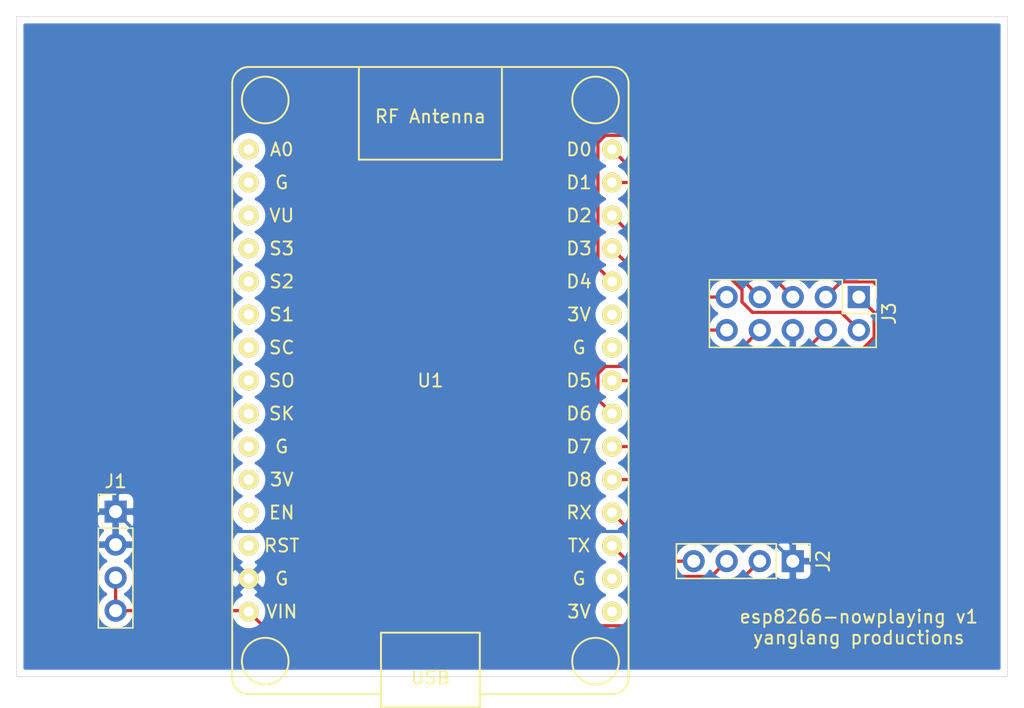
<source format=kicad_pcb>
(kicad_pcb (version 20171130) (host pcbnew "(5.1.9)-1")

  (general
    (thickness 1.6)
    (drawings 5)
    (tracks 51)
    (zones 0)
    (modules 4)
    (nets 14)
  )

  (page A4)
  (layers
    (0 F.Cu signal)
    (31 B.Cu signal)
    (32 B.Adhes user)
    (33 F.Adhes user)
    (34 B.Paste user)
    (35 F.Paste user)
    (36 B.SilkS user)
    (37 F.SilkS user)
    (38 B.Mask user)
    (39 F.Mask user)
    (40 Dwgs.User user)
    (41 Cmts.User user)
    (42 Eco1.User user)
    (43 Eco2.User user)
    (44 Edge.Cuts user)
    (45 Margin user)
    (46 B.CrtYd user)
    (47 F.CrtYd user)
    (48 B.Fab user)
    (49 F.Fab user)
  )

  (setup
    (last_trace_width 0.25)
    (trace_clearance 0.2)
    (zone_clearance 0.508)
    (zone_45_only no)
    (trace_min 0.2)
    (via_size 0.8)
    (via_drill 0.4)
    (via_min_size 0.4)
    (via_min_drill 0.3)
    (uvia_size 0.3)
    (uvia_drill 0.1)
    (uvias_allowed no)
    (uvia_min_size 0.2)
    (uvia_min_drill 0.1)
    (edge_width 0.05)
    (segment_width 0.2)
    (pcb_text_width 0.3)
    (pcb_text_size 1.5 1.5)
    (mod_edge_width 0.12)
    (mod_text_size 1 1)
    (mod_text_width 0.15)
    (pad_size 1.7 1.7)
    (pad_drill 1)
    (pad_to_mask_clearance 0)
    (aux_axis_origin 0 0)
    (visible_elements 7FFFFFFF)
    (pcbplotparams
      (layerselection 0x010fc_ffffffff)
      (usegerberextensions false)
      (usegerberattributes true)
      (usegerberadvancedattributes true)
      (creategerberjobfile true)
      (excludeedgelayer true)
      (linewidth 0.100000)
      (plotframeref false)
      (viasonmask false)
      (mode 1)
      (useauxorigin false)
      (hpglpennumber 1)
      (hpglpenspeed 20)
      (hpglpendiameter 15.000000)
      (psnegative false)
      (psa4output false)
      (plotreference true)
      (plotvalue true)
      (plotinvisibletext false)
      (padsonsilk false)
      (subtractmaskfromsilk false)
      (outputformat 1)
      (mirror false)
      (drillshape 0)
      (scaleselection 1)
      (outputdirectory "gerbers/"))
  )

  (net 0 "")
  (net 1 GND)
  (net 2 +5V)
  (net 3 /SDA)
  (net 4 /SCL)
  (net 5 /R1)
  (net 6 /A)
  (net 7 /C)
  (net 8 /CLK)
  (net 9 /OE)
  (net 10 /LAT)
  (net 11 /D)
  (net 12 /B)
  (net 13 /E)

  (net_class Default "This is the default net class."
    (clearance 0.2)
    (trace_width 0.25)
    (via_dia 0.8)
    (via_drill 0.4)
    (uvia_dia 0.3)
    (uvia_drill 0.1)
    (add_net +5V)
    (add_net /A)
    (add_net /B)
    (add_net /C)
    (add_net /CLK)
    (add_net /D)
    (add_net /E)
    (add_net /LAT)
    (add_net /OE)
    (add_net /R1)
    (add_net /SCL)
    (add_net /SDA)
    (add_net GND)
  )

  (module "ESP8266:NodeMCU1.0(12-E)" (layer F.Cu) (tedit 5AF3DDCB) (tstamp 606ADE61)
    (at 146.125001 104.215001)
    (path /606EEFD6)
    (fp_text reference U1 (at 0 0) (layer F.SilkS)
      (effects (font (size 1 1) (thickness 0.15)))
    )
    (fp_text value "NodeMCU_1.0_(ESP-12E)" (at 0 -5.08) (layer F.Fab)
      (effects (font (size 1 1) (thickness 0.15)))
    )
    (fp_line (start 13.98 24.13) (end 3.81 24.13) (layer F.SilkS) (width 0.15))
    (fp_line (start 5.5 -17) (end -5.5 -17) (layer F.SilkS) (width 0.15))
    (fp_line (start 5.5 -24.13) (end 5.5 -17) (layer F.SilkS) (width 0.15))
    (fp_line (start -5.5 -17) (end -5.5 -24.13) (layer F.SilkS) (width 0.15))
    (fp_line (start -3.8 25.13) (end -3.8 19.4) (layer F.SilkS) (width 0.15))
    (fp_line (start -3.8 19.4) (end 3.8 19.4) (layer F.SilkS) (width 0.15))
    (fp_line (start 3.8 19.4) (end 3.8 25.13) (layer F.SilkS) (width 0.15))
    (fp_line (start 3.8 25.13) (end -3.8 25.13) (layer F.SilkS) (width 0.15))
    (fp_line (start 15.24 -22.86) (end 15.24 22.86) (layer F.SilkS) (width 0.15))
    (fp_line (start -15.24 -22.86) (end -15.24 22.86) (layer F.SilkS) (width 0.15))
    (fp_line (start -3.8 24.13) (end -13.97 24.13) (layer F.SilkS) (width 0.15))
    (fp_circle (center 12.7 21.59) (end 13.97 20.32) (layer F.SilkS) (width 0.15))
    (fp_circle (center -12.7 21.59) (end -11.43 20.32) (layer F.SilkS) (width 0.15))
    (fp_circle (center -12.7 -21.59) (end -11.43 -22.86) (layer F.SilkS) (width 0.15))
    (fp_circle (center 12.7 -21.59) (end 13.97 -22.86) (layer F.SilkS) (width 0.15))
    (fp_line (start 13.97 -24.13) (end -13.97 -24.13) (layer F.SilkS) (width 0.15))
    (fp_text user USB (at 0 22.86) (layer F.SilkS)
      (effects (font (size 1 1) (thickness 0.15)))
    )
    (fp_text user "RF Antenna" (at 0 -20.32) (layer F.SilkS)
      (effects (font (size 1 1) (thickness 0.15)))
    )
    (fp_arc (start -13.97 -22.86) (end -15.24 -22.86) (angle 90) (layer F.SilkS) (width 0.15))
    (fp_arc (start 13.97 -22.86) (end 13.97 -24.13) (angle 90) (layer F.SilkS) (width 0.15))
    (fp_arc (start 13.97 22.86) (end 15.24 22.86) (angle 90) (layer F.SilkS) (width 0.15))
    (fp_arc (start -13.97 22.86) (end -13.97 24.13) (angle 90) (layer F.SilkS) (width 0.15))
    (fp_text user VIN (at -11.43 17.78) (layer F.SilkS)
      (effects (font (size 1 1) (thickness 0.15)))
    )
    (fp_text user G (at -11.43 15.24) (layer F.SilkS)
      (effects (font (size 1 1) (thickness 0.15)))
    )
    (fp_text user RST (at -11.43 12.7) (layer F.SilkS)
      (effects (font (size 1 1) (thickness 0.15)))
    )
    (fp_text user EN (at -11.43 10.16) (layer F.SilkS)
      (effects (font (size 1 1) (thickness 0.15)))
    )
    (fp_text user 3V (at -11.43 7.62) (layer F.SilkS)
      (effects (font (size 1 1) (thickness 0.15)))
    )
    (fp_text user G (at -11.43 5.08) (layer F.SilkS)
      (effects (font (size 1 1) (thickness 0.15)))
    )
    (fp_text user SK (at -11.43 2.54) (layer F.SilkS)
      (effects (font (size 1 1) (thickness 0.15)))
    )
    (fp_text user SO (at -11.43 0) (layer F.SilkS)
      (effects (font (size 1 1) (thickness 0.15)))
    )
    (fp_text user SC (at -11.43 -2.54) (layer F.SilkS)
      (effects (font (size 1 1) (thickness 0.15)))
    )
    (fp_text user S1 (at -11.43 -5.08) (layer F.SilkS)
      (effects (font (size 1 1) (thickness 0.15)))
    )
    (fp_text user S2 (at -11.43 -7.62) (layer F.SilkS)
      (effects (font (size 1 1) (thickness 0.15)))
    )
    (fp_text user S3 (at -11.43 -10.16) (layer F.SilkS)
      (effects (font (size 1 1) (thickness 0.15)))
    )
    (fp_text user VU (at -11.43 -12.7) (layer F.SilkS)
      (effects (font (size 1 1) (thickness 0.15)))
    )
    (fp_text user G (at -11.43 -15.24) (layer F.SilkS)
      (effects (font (size 1 1) (thickness 0.15)))
    )
    (fp_text user A0 (at -11.43 -17.78) (layer F.SilkS)
      (effects (font (size 1 1) (thickness 0.15)))
    )
    (fp_text user 3V (at 11.43 17.78) (layer F.SilkS)
      (effects (font (size 1 1) (thickness 0.15)))
    )
    (fp_text user G (at 11.43 15.24) (layer F.SilkS)
      (effects (font (size 1 1) (thickness 0.15)))
    )
    (fp_text user TX (at 11.43 12.7) (layer F.SilkS)
      (effects (font (size 1 1) (thickness 0.15)))
    )
    (fp_text user RX (at 11.43 10.16) (layer F.SilkS)
      (effects (font (size 1 1) (thickness 0.15)))
    )
    (fp_text user D8 (at 11.43 7.62) (layer F.SilkS)
      (effects (font (size 1 1) (thickness 0.15)))
    )
    (fp_text user D7 (at 11.43 5.08) (layer F.SilkS)
      (effects (font (size 1 1) (thickness 0.15)))
    )
    (fp_text user D6 (at 11.43 2.54) (layer F.SilkS)
      (effects (font (size 1 1) (thickness 0.15)))
    )
    (fp_text user D5 (at 11.43 0) (layer F.SilkS)
      (effects (font (size 1 1) (thickness 0.15)))
    )
    (fp_text user G (at 11.43 -2.54) (layer F.SilkS)
      (effects (font (size 1 1) (thickness 0.15)))
    )
    (fp_text user 3V (at 11.43 -5.08) (layer F.SilkS)
      (effects (font (size 1 1) (thickness 0.15)))
    )
    (fp_text user D4 (at 11.43 -7.62) (layer F.SilkS)
      (effects (font (size 1 1) (thickness 0.15)))
    )
    (fp_text user D3 (at 11.43 -10.16) (layer F.SilkS)
      (effects (font (size 1 1) (thickness 0.15)))
    )
    (fp_text user D2 (at 11.43 -12.7) (layer F.SilkS)
      (effects (font (size 1 1) (thickness 0.15)))
    )
    (fp_text user D1 (at 11.43 -15.24) (layer F.SilkS)
      (effects (font (size 1 1) (thickness 0.15)))
    )
    (fp_text user D0 (at 11.43 -17.78) (layer F.SilkS)
      (effects (font (size 1 1) (thickness 0.15)))
    )
    (pad 1 thru_hole circle (at -13.97 -17.78) (size 1.524 1.524) (drill 0.762) (layers *.Cu *.Mask F.SilkS))
    (pad 2 thru_hole circle (at -13.97 -15.24) (size 1.524 1.524) (drill 0.762) (layers *.Cu *.Mask F.SilkS))
    (pad 3 thru_hole circle (at -13.97 -12.7) (size 1.524 1.524) (drill 0.762) (layers *.Cu *.Mask F.SilkS))
    (pad 4 thru_hole circle (at -13.97 -10.16) (size 1.524 1.524) (drill 0.762) (layers *.Cu *.Mask F.SilkS))
    (pad 5 thru_hole circle (at -13.97 -7.62) (size 1.524 1.524) (drill 0.762) (layers *.Cu *.Mask F.SilkS))
    (pad 6 thru_hole circle (at -13.97 -5.08) (size 1.524 1.524) (drill 0.762) (layers *.Cu *.Mask F.SilkS))
    (pad 7 thru_hole circle (at -13.97 -2.54) (size 1.524 1.524) (drill 0.762) (layers *.Cu *.Mask F.SilkS))
    (pad 8 thru_hole circle (at -13.97 0) (size 1.524 1.524) (drill 0.762) (layers *.Cu *.Mask F.SilkS))
    (pad 9 thru_hole circle (at -13.97 2.54) (size 1.524 1.524) (drill 0.762) (layers *.Cu *.Mask F.SilkS))
    (pad 10 thru_hole circle (at -13.97 5.08) (size 1.524 1.524) (drill 0.762) (layers *.Cu *.Mask F.SilkS))
    (pad 11 thru_hole circle (at -13.97 7.62) (size 1.524 1.524) (drill 0.762) (layers *.Cu *.Mask F.SilkS))
    (pad 12 thru_hole circle (at -13.97 10.16) (size 1.524 1.524) (drill 0.762) (layers *.Cu *.Mask F.SilkS))
    (pad 13 thru_hole circle (at -13.97 12.7) (size 1.524 1.524) (drill 0.762) (layers *.Cu *.Mask F.SilkS))
    (pad 14 thru_hole circle (at -13.97 15.24) (size 1.524 1.524) (drill 0.762) (layers *.Cu *.Mask F.SilkS)
      (net 1 GND))
    (pad 15 thru_hole circle (at -13.97 17.78) (size 1.524 1.524) (drill 0.762) (layers *.Cu *.Mask F.SilkS)
      (net 2 +5V))
    (pad 16 thru_hole circle (at 13.97 17.78) (size 1.524 1.524) (drill 0.762) (layers *.Cu *.Mask F.SilkS))
    (pad 17 thru_hole circle (at 13.97 15.24) (size 1.524 1.524) (drill 0.762) (layers *.Cu *.Mask F.SilkS))
    (pad 18 thru_hole circle (at 13.97 12.7) (size 1.524 1.524) (drill 0.762) (layers *.Cu *.Mask F.SilkS)
      (net 3 /SDA))
    (pad 19 thru_hole circle (at 13.97 10.16) (size 1.524 1.524) (drill 0.762) (layers *.Cu *.Mask F.SilkS)
      (net 4 /SCL))
    (pad 20 thru_hole circle (at 13.97 7.62) (size 1.524 1.524) (drill 0.762) (layers *.Cu *.Mask F.SilkS)
      (net 7 /C))
    (pad 21 thru_hole circle (at 13.97 5.08) (size 1.524 1.524) (drill 0.762) (layers *.Cu *.Mask F.SilkS)
      (net 5 /R1))
    (pad 22 thru_hole circle (at 13.97 2.54) (size 1.524 1.524) (drill 0.762) (layers *.Cu *.Mask F.SilkS)
      (net 11 /D))
    (pad 23 thru_hole circle (at 13.97 0) (size 1.524 1.524) (drill 0.762) (layers *.Cu *.Mask F.SilkS)
      (net 8 /CLK))
    (pad 24 thru_hole circle (at 13.97 -2.54) (size 1.524 1.524) (drill 0.762) (layers *.Cu *.Mask F.SilkS))
    (pad 25 thru_hole circle (at 13.97 -5.08) (size 1.524 1.524) (drill 0.762) (layers *.Cu *.Mask F.SilkS))
    (pad 26 thru_hole circle (at 13.97 -7.62) (size 1.524 1.524) (drill 0.762) (layers *.Cu *.Mask F.SilkS)
      (net 9 /OE))
    (pad 27 thru_hole circle (at 13.97 -10.16) (size 1.524 1.524) (drill 0.762) (layers *.Cu *.Mask F.SilkS)
      (net 13 /E))
    (pad 28 thru_hole circle (at 13.97 -12.7) (size 1.524 1.524) (drill 0.762) (layers *.Cu *.Mask F.SilkS)
      (net 12 /B))
    (pad 29 thru_hole circle (at 13.97 -15.24) (size 1.524 1.524) (drill 0.762) (layers *.Cu *.Mask F.SilkS)
      (net 6 /A))
    (pad 30 thru_hole circle (at 13.97 -17.78) (size 1.524 1.524) (drill 0.762) (layers *.Cu *.Mask F.SilkS)
      (net 10 /LAT))
  )

  (module Connector_PinHeader_2.54mm:PinHeader_1x04_P2.54mm_Vertical (layer F.Cu) (tedit 59FED5CC) (tstamp 606ADDCD)
    (at 121.92 114.3)
    (descr "Through hole straight pin header, 1x04, 2.54mm pitch, single row")
    (tags "Through hole pin header THT 1x04 2.54mm single row")
    (path /606EB2C4)
    (fp_text reference J1 (at 0 -2.33) (layer F.SilkS)
      (effects (font (size 1 1) (thickness 0.15)))
    )
    (fp_text value Power (at 0 9.95) (layer F.Fab)
      (effects (font (size 1 1) (thickness 0.15)))
    )
    (fp_line (start -0.635 -1.27) (end 1.27 -1.27) (layer F.Fab) (width 0.1))
    (fp_line (start 1.27 -1.27) (end 1.27 8.89) (layer F.Fab) (width 0.1))
    (fp_line (start 1.27 8.89) (end -1.27 8.89) (layer F.Fab) (width 0.1))
    (fp_line (start -1.27 8.89) (end -1.27 -0.635) (layer F.Fab) (width 0.1))
    (fp_line (start -1.27 -0.635) (end -0.635 -1.27) (layer F.Fab) (width 0.1))
    (fp_line (start -1.33 8.95) (end 1.33 8.95) (layer F.SilkS) (width 0.12))
    (fp_line (start -1.33 1.27) (end -1.33 8.95) (layer F.SilkS) (width 0.12))
    (fp_line (start 1.33 1.27) (end 1.33 8.95) (layer F.SilkS) (width 0.12))
    (fp_line (start -1.33 1.27) (end 1.33 1.27) (layer F.SilkS) (width 0.12))
    (fp_line (start -1.33 0) (end -1.33 -1.33) (layer F.SilkS) (width 0.12))
    (fp_line (start -1.33 -1.33) (end 0 -1.33) (layer F.SilkS) (width 0.12))
    (fp_line (start -1.8 -1.8) (end -1.8 9.4) (layer F.CrtYd) (width 0.05))
    (fp_line (start -1.8 9.4) (end 1.8 9.4) (layer F.CrtYd) (width 0.05))
    (fp_line (start 1.8 9.4) (end 1.8 -1.8) (layer F.CrtYd) (width 0.05))
    (fp_line (start 1.8 -1.8) (end -1.8 -1.8) (layer F.CrtYd) (width 0.05))
    (fp_text user %R (at 0 3.81 90) (layer F.Fab)
      (effects (font (size 1 1) (thickness 0.15)))
    )
    (pad 1 thru_hole rect (at 0 0) (size 1.7 1.7) (drill 1) (layers *.Cu *.Mask)
      (net 1 GND))
    (pad 2 thru_hole oval (at 0 2.54) (size 1.7 1.7) (drill 1) (layers *.Cu *.Mask)
      (net 1 GND))
    (pad 3 thru_hole oval (at 0 5.08) (size 1.7 1.7) (drill 1) (layers *.Cu *.Mask)
      (net 2 +5V))
    (pad 4 thru_hole oval (at 0 7.62) (size 1.7 1.7) (drill 1) (layers *.Cu *.Mask)
      (net 2 +5V))
    (model ${KISYS3DMOD}/Connector_PinHeader_2.54mm.3dshapes/PinHeader_1x04_P2.54mm_Vertical.wrl
      (at (xyz 0 0 0))
      (scale (xyz 1 1 1))
      (rotate (xyz 0 0 0))
    )
  )

  (module Connector_PinHeader_2.54mm:PinHeader_1x04_P2.54mm_Vertical (layer F.Cu) (tedit 59FED5CC) (tstamp 606ADDE5)
    (at 173.99 118.11 270)
    (descr "Through hole straight pin header, 1x04, 2.54mm pitch, single row")
    (tags "Through hole pin header THT 1x04 2.54mm single row")
    (path /606FE047)
    (fp_text reference J2 (at 0 -2.33 90) (layer F.SilkS)
      (effects (font (size 1 1) (thickness 0.15)))
    )
    (fp_text value "LCD Module w/ Backpack" (at -2.54 0 180) (layer F.Fab)
      (effects (font (size 1 1) (thickness 0.15)))
    )
    (fp_line (start 1.8 -1.8) (end -1.8 -1.8) (layer F.CrtYd) (width 0.05))
    (fp_line (start 1.8 9.4) (end 1.8 -1.8) (layer F.CrtYd) (width 0.05))
    (fp_line (start -1.8 9.4) (end 1.8 9.4) (layer F.CrtYd) (width 0.05))
    (fp_line (start -1.8 -1.8) (end -1.8 9.4) (layer F.CrtYd) (width 0.05))
    (fp_line (start -1.33 -1.33) (end 0 -1.33) (layer F.SilkS) (width 0.12))
    (fp_line (start -1.33 0) (end -1.33 -1.33) (layer F.SilkS) (width 0.12))
    (fp_line (start -1.33 1.27) (end 1.33 1.27) (layer F.SilkS) (width 0.12))
    (fp_line (start 1.33 1.27) (end 1.33 8.95) (layer F.SilkS) (width 0.12))
    (fp_line (start -1.33 1.27) (end -1.33 8.95) (layer F.SilkS) (width 0.12))
    (fp_line (start -1.33 8.95) (end 1.33 8.95) (layer F.SilkS) (width 0.12))
    (fp_line (start -1.27 -0.635) (end -0.635 -1.27) (layer F.Fab) (width 0.1))
    (fp_line (start -1.27 8.89) (end -1.27 -0.635) (layer F.Fab) (width 0.1))
    (fp_line (start 1.27 8.89) (end -1.27 8.89) (layer F.Fab) (width 0.1))
    (fp_line (start 1.27 -1.27) (end 1.27 8.89) (layer F.Fab) (width 0.1))
    (fp_line (start -0.635 -1.27) (end 1.27 -1.27) (layer F.Fab) (width 0.1))
    (fp_text user %R (at 0 3.81) (layer F.Fab)
      (effects (font (size 1 1) (thickness 0.15)))
    )
    (pad 4 thru_hole oval (at 0 7.62 270) (size 1.7 1.7) (drill 1) (layers *.Cu *.Mask)
      (net 4 /SCL))
    (pad 3 thru_hole oval (at 0 5.08 270) (size 1.7 1.7) (drill 1) (layers *.Cu *.Mask)
      (net 3 /SDA))
    (pad 2 thru_hole oval (at 0 2.54 270) (size 1.7 1.7) (drill 1) (layers *.Cu *.Mask)
      (net 2 +5V))
    (pad 1 thru_hole rect (at 0 0 270) (size 1.7 1.7) (drill 1) (layers *.Cu *.Mask)
      (net 1 GND))
    (model ${KISYS3DMOD}/Connector_PinHeader_2.54mm.3dshapes/PinHeader_1x04_P2.54mm_Vertical.wrl
      (at (xyz 0 0 0))
      (scale (xyz 1 1 1))
      (rotate (xyz 0 0 0))
    )
  )

  (module Connector_PinHeader_2.54mm:PinHeader_2x05_P2.54mm_Vertical (layer F.Cu) (tedit 59FED5CC) (tstamp 606AF64F)
    (at 179.07 97.79 270)
    (descr "Through hole straight pin header, 2x05, 2.54mm pitch, double rows")
    (tags "Through hole pin header THT 2x05 2.54mm double row")
    (path /60701E96)
    (fp_text reference J3 (at 1.27 -2.33 90) (layer F.SilkS)
      (effects (font (size 1 1) (thickness 0.15)))
    )
    (fp_text value "LED Matrix" (at -2.54 5.08 180) (layer F.Fab)
      (effects (font (size 1 1) (thickness 0.15)))
    )
    (fp_line (start 4.35 -1.8) (end -1.8 -1.8) (layer F.CrtYd) (width 0.05))
    (fp_line (start 4.35 11.95) (end 4.35 -1.8) (layer F.CrtYd) (width 0.05))
    (fp_line (start -1.8 11.95) (end 4.35 11.95) (layer F.CrtYd) (width 0.05))
    (fp_line (start -1.8 -1.8) (end -1.8 11.95) (layer F.CrtYd) (width 0.05))
    (fp_line (start -1.33 -1.33) (end 0 -1.33) (layer F.SilkS) (width 0.12))
    (fp_line (start -1.33 0) (end -1.33 -1.33) (layer F.SilkS) (width 0.12))
    (fp_line (start 1.27 -1.33) (end 3.87 -1.33) (layer F.SilkS) (width 0.12))
    (fp_line (start 1.27 1.27) (end 1.27 -1.33) (layer F.SilkS) (width 0.12))
    (fp_line (start -1.33 1.27) (end 1.27 1.27) (layer F.SilkS) (width 0.12))
    (fp_line (start 3.87 -1.33) (end 3.87 11.49) (layer F.SilkS) (width 0.12))
    (fp_line (start -1.33 1.27) (end -1.33 11.49) (layer F.SilkS) (width 0.12))
    (fp_line (start -1.33 11.49) (end 3.87 11.49) (layer F.SilkS) (width 0.12))
    (fp_line (start -1.27 0) (end 0 -1.27) (layer F.Fab) (width 0.1))
    (fp_line (start -1.27 11.43) (end -1.27 0) (layer F.Fab) (width 0.1))
    (fp_line (start 3.81 11.43) (end -1.27 11.43) (layer F.Fab) (width 0.1))
    (fp_line (start 3.81 -1.27) (end 3.81 11.43) (layer F.Fab) (width 0.1))
    (fp_line (start 0 -1.27) (end 3.81 -1.27) (layer F.Fab) (width 0.1))
    (fp_text user %R (at 1.27 5.08) (layer F.Fab)
      (effects (font (size 1 1) (thickness 0.15)))
    )
    (pad 1 thru_hole rect (at 0 0 270) (size 1.7 1.7) (drill 1) (layers *.Cu *.Mask)
      (net 5 /R1))
    (pad 2 thru_hole oval (at 2.54 0 270) (size 1.7 1.7) (drill 1) (layers *.Cu *.Mask)
      (net 6 /A))
    (pad 3 thru_hole oval (at 0 2.54 270) (size 1.7 1.7) (drill 1) (layers *.Cu *.Mask)
      (net 7 /C))
    (pad 4 thru_hole oval (at 2.54 2.54 270) (size 1.7 1.7) (drill 1) (layers *.Cu *.Mask)
      (net 8 /CLK))
    (pad 5 thru_hole oval (at 0 5.08 270) (size 1.7 1.7) (drill 1) (layers *.Cu *.Mask)
      (net 9 /OE))
    (pad 6 thru_hole oval (at 2.54 5.08 270) (size 1.7 1.7) (drill 1) (layers *.Cu *.Mask)
      (net 1 GND))
    (pad 7 thru_hole oval (at 0 7.62 270) (size 1.7 1.7) (drill 1) (layers *.Cu *.Mask)
      (net 10 /LAT))
    (pad 8 thru_hole oval (at 2.54 7.62 270) (size 1.7 1.7) (drill 1) (layers *.Cu *.Mask)
      (net 11 /D))
    (pad 9 thru_hole oval (at 0 10.16 270) (size 1.7 1.7) (drill 1) (layers *.Cu *.Mask)
      (net 12 /B))
    (pad 10 thru_hole oval (at 2.54 10.16 270) (size 1.7 1.7) (drill 1) (layers *.Cu *.Mask)
      (net 13 /E))
    (model ${KISYS3DMOD}/Connector_PinHeader_2.54mm.3dshapes/PinHeader_2x05_P2.54mm_Vertical.wrl
      (at (xyz 0 0 0))
      (scale (xyz 1 1 1))
      (rotate (xyz 0 0 0))
    )
  )

  (gr_text "esp8266-nowplaying v1\nyanglang productions" (at 179.07 123.19) (layer F.SilkS)
    (effects (font (size 1 1) (thickness 0.15)))
  )
  (gr_line (start 114.3 127) (end 114.3 76.2) (layer Edge.Cuts) (width 0.05) (tstamp 606AFBF0))
  (gr_line (start 190.5 127) (end 114.3 127) (layer Edge.Cuts) (width 0.05))
  (gr_line (start 190.5 76.2) (end 190.5 127) (layer Edge.Cuts) (width 0.05))
  (gr_line (start 114.3 76.2) (end 190.5 76.2) (layer Edge.Cuts) (width 0.05))

  (segment (start 123.448 115.828) (end 121.92 114.3) (width 0.25) (layer B.Cu) (net 1))
  (segment (start 171.708 115.828) (end 123.448 115.828) (width 0.25) (layer B.Cu) (net 1))
  (segment (start 173.99 118.11) (end 171.708 115.828) (width 0.25) (layer B.Cu) (net 1))
  (segment (start 121.92 114.3) (end 121.92 116.84) (width 0.25) (layer B.Cu) (net 1))
  (segment (start 129.54 116.84) (end 132.155001 119.455001) (width 0.25) (layer B.Cu) (net 1))
  (segment (start 121.92 116.84) (end 129.54 116.84) (width 0.25) (layer B.Cu) (net 1))
  (segment (start 173.99 100.33) (end 173.99 118.11) (width 0.25) (layer B.Cu) (net 1))
  (segment (start 132.08 121.92) (end 132.155001 121.995001) (width 0.25) (layer F.Cu) (net 2))
  (segment (start 121.92 121.92) (end 132.08 121.92) (width 0.25) (layer F.Cu) (net 2))
  (segment (start 121.92 121.92) (end 121.92 119.38) (width 0.25) (layer F.Cu) (net 2))
  (segment (start 166.477998 123.082002) (end 171.45 118.11) (width 0.25) (layer F.Cu) (net 2))
  (segment (start 133.242002 123.082002) (end 166.477998 123.082002) (width 0.25) (layer F.Cu) (net 2))
  (segment (start 132.155001 121.995001) (end 133.242002 123.082002) (width 0.25) (layer F.Cu) (net 2))
  (segment (start 167.734999 119.285001) (end 168.91 118.11) (width 0.25) (layer F.Cu) (net 3))
  (segment (start 162.465001 119.285001) (end 167.734999 119.285001) (width 0.25) (layer F.Cu) (net 3))
  (segment (start 160.095001 116.915001) (end 162.465001 119.285001) (width 0.25) (layer F.Cu) (net 3))
  (segment (start 163.83 118.11) (end 160.095001 114.375001) (width 0.25) (layer F.Cu) (net 4))
  (segment (start 166.37 118.11) (end 163.83 118.11) (width 0.25) (layer F.Cu) (net 4))
  (segment (start 171.844001 109.295001) (end 160.095001 109.295001) (width 0.25) (layer F.Cu) (net 5))
  (segment (start 180.245001 100.894001) (end 171.844001 109.295001) (width 0.25) (layer F.Cu) (net 5))
  (segment (start 180.245001 98.965001) (end 180.245001 100.894001) (width 0.25) (layer F.Cu) (net 5))
  (segment (start 179.07 97.79) (end 180.245001 98.965001) (width 0.25) (layer F.Cu) (net 5))
  (segment (start 161.834003 88.975001) (end 160.095001 88.975001) (width 0.25) (layer F.Cu) (net 6))
  (segment (start 170.085001 97.225999) (end 161.834003 88.975001) (width 0.25) (layer F.Cu) (net 6))
  (segment (start 170.085001 98.164003) (end 170.085001 97.225999) (width 0.25) (layer F.Cu) (net 6))
  (segment (start 170.885999 98.965001) (end 170.085001 98.164003) (width 0.25) (layer F.Cu) (net 6))
  (segment (start 177.705001 98.965001) (end 170.885999 98.965001) (width 0.25) (layer F.Cu) (net 6))
  (segment (start 179.07 100.33) (end 177.705001 98.965001) (width 0.25) (layer F.Cu) (net 6))
  (segment (start 169.940411 111.835001) (end 160.095001 111.835001) (width 0.25) (layer F.Cu) (net 7))
  (segment (start 180.69501 101.080402) (end 169.940411 111.835001) (width 0.25) (layer F.Cu) (net 7))
  (segment (start 180.69501 97.130008) (end 180.69501 101.080402) (width 0.25) (layer F.Cu) (net 7))
  (segment (start 180.180001 96.614999) (end 180.69501 97.130008) (width 0.25) (layer F.Cu) (net 7))
  (segment (start 177.705001 96.614999) (end 180.180001 96.614999) (width 0.25) (layer F.Cu) (net 7))
  (segment (start 176.53 97.79) (end 177.705001 96.614999) (width 0.25) (layer F.Cu) (net 7))
  (segment (start 172.644999 104.215001) (end 160.095001 104.215001) (width 0.25) (layer F.Cu) (net 8))
  (segment (start 176.53 100.33) (end 172.644999 104.215001) (width 0.25) (layer F.Cu) (net 8))
  (segment (start 159.008 95.508) (end 160.095001 96.595001) (width 0.25) (layer F.Cu) (net 9))
  (segment (start 159.008 85.91324) (end 159.008 95.508) (width 0.25) (layer F.Cu) (net 9))
  (segment (start 159.57324 85.348) (end 159.008 85.91324) (width 0.25) (layer F.Cu) (net 9))
  (segment (start 161.548 85.348) (end 159.57324 85.348) (width 0.25) (layer F.Cu) (net 9))
  (segment (start 173.99 97.79) (end 161.548 85.348) (width 0.25) (layer F.Cu) (net 9))
  (segment (start 171.45 97.79) (end 160.095001 86.435001) (width 0.25) (layer F.Cu) (net 10))
  (segment (start 159.008 105.668) (end 160.095001 106.755001) (width 0.25) (layer F.Cu) (net 11))
  (segment (start 159.008 103.69324) (end 159.008 105.668) (width 0.25) (layer F.Cu) (net 11))
  (segment (start 159.57324 103.128) (end 159.008 103.69324) (width 0.25) (layer F.Cu) (net 11))
  (segment (start 168.652 103.128) (end 159.57324 103.128) (width 0.25) (layer F.Cu) (net 11))
  (segment (start 171.45 100.33) (end 168.652 103.128) (width 0.25) (layer F.Cu) (net 11))
  (segment (start 166.37 97.79) (end 160.095001 91.515001) (width 0.25) (layer F.Cu) (net 12))
  (segment (start 168.91 97.79) (end 166.37 97.79) (width 0.25) (layer F.Cu) (net 12))
  (segment (start 166.37 100.33) (end 160.095001 94.055001) (width 0.25) (layer F.Cu) (net 13))
  (segment (start 168.91 100.33) (end 166.37 100.33) (width 0.25) (layer F.Cu) (net 13))

  (zone (net 1) (net_name GND) (layer B.Cu) (tstamp 606B0A89) (hatch edge 0.508)
    (connect_pads (clearance 0.508))
    (min_thickness 0.254)
    (fill yes (arc_segments 32) (thermal_gap 0.508) (thermal_bridge_width 0.508))
    (polygon
      (pts
        (xy 191.77 128.27) (xy 113.03 128.27) (xy 113.03 74.93) (xy 191.77 74.93)
      )
    )
    (filled_polygon
      (pts
        (xy 189.840001 126.34) (xy 114.96 126.34) (xy 114.96 119.23374) (xy 120.435 119.23374) (xy 120.435 119.52626)
        (xy 120.492068 119.813158) (xy 120.60401 120.083411) (xy 120.766525 120.326632) (xy 120.973368 120.533475) (xy 121.14776 120.65)
        (xy 120.973368 120.766525) (xy 120.766525 120.973368) (xy 120.60401 121.216589) (xy 120.492068 121.486842) (xy 120.435 121.77374)
        (xy 120.435 122.06626) (xy 120.492068 122.353158) (xy 120.60401 122.623411) (xy 120.766525 122.866632) (xy 120.973368 123.073475)
        (xy 121.216589 123.23599) (xy 121.486842 123.347932) (xy 121.77374 123.405) (xy 122.06626 123.405) (xy 122.353158 123.347932)
        (xy 122.623411 123.23599) (xy 122.866632 123.073475) (xy 123.073475 122.866632) (xy 123.23599 122.623411) (xy 123.347932 122.353158)
        (xy 123.405 122.06626) (xy 123.405 121.857409) (xy 130.758001 121.857409) (xy 130.758001 122.132593) (xy 130.811687 122.402491)
        (xy 130.916996 122.656728) (xy 131.069881 122.885536) (xy 131.264466 123.080121) (xy 131.493274 123.233006) (xy 131.747511 123.338315)
        (xy 132.017409 123.392001) (xy 132.292593 123.392001) (xy 132.562491 123.338315) (xy 132.816728 123.233006) (xy 133.045536 123.080121)
        (xy 133.240121 122.885536) (xy 133.393006 122.656728) (xy 133.498315 122.402491) (xy 133.552001 122.132593) (xy 133.552001 121.857409)
        (xy 133.498315 121.587511) (xy 133.393006 121.333274) (xy 133.240121 121.104466) (xy 133.045536 120.909881) (xy 132.816728 120.756996)
        (xy 132.745058 120.727309) (xy 132.758024 120.722637) (xy 132.873981 120.660657) (xy 132.940961 120.420566) (xy 132.155001 119.634606)
        (xy 131.369041 120.420566) (xy 131.436021 120.660657) (xy 131.571761 120.724486) (xy 131.493274 120.756996) (xy 131.264466 120.909881)
        (xy 131.069881 121.104466) (xy 130.916996 121.333274) (xy 130.811687 121.587511) (xy 130.758001 121.857409) (xy 123.405 121.857409)
        (xy 123.405 121.77374) (xy 123.347932 121.486842) (xy 123.23599 121.216589) (xy 123.073475 120.973368) (xy 122.866632 120.766525)
        (xy 122.69224 120.65) (xy 122.866632 120.533475) (xy 123.073475 120.326632) (xy 123.23599 120.083411) (xy 123.347932 119.813158)
        (xy 123.404849 119.527018) (xy 130.753091 119.527018) (xy 130.794079 119.799134) (xy 130.887365 120.058024) (xy 130.949345 120.173981)
        (xy 131.189436 120.240961) (xy 131.975396 119.455001) (xy 132.334606 119.455001) (xy 133.120566 120.240961) (xy 133.360657 120.173981)
        (xy 133.477757 119.924953) (xy 133.544024 119.657866) (xy 133.556911 119.382984) (xy 133.515923 119.110868) (xy 133.422637 118.851978)
        (xy 133.360657 118.736021) (xy 133.120566 118.669041) (xy 132.334606 119.455001) (xy 131.975396 119.455001) (xy 131.189436 118.669041)
        (xy 130.949345 118.736021) (xy 130.832245 118.985049) (xy 130.765978 119.252136) (xy 130.753091 119.527018) (xy 123.404849 119.527018)
        (xy 123.405 119.52626) (xy 123.405 119.23374) (xy 123.347932 118.946842) (xy 123.23599 118.676589) (xy 123.073475 118.433368)
        (xy 122.866632 118.226525) (xy 122.684466 118.104805) (xy 122.801355 118.035178) (xy 123.017588 117.840269) (xy 123.191641 117.60692)
        (xy 123.316825 117.344099) (xy 123.361476 117.19689) (xy 123.240155 116.967) (xy 122.047 116.967) (xy 122.047 116.987)
        (xy 121.793 116.987) (xy 121.793 116.967) (xy 120.599845 116.967) (xy 120.478524 117.19689) (xy 120.523175 117.344099)
        (xy 120.648359 117.60692) (xy 120.822412 117.840269) (xy 121.038645 118.035178) (xy 121.155534 118.104805) (xy 120.973368 118.226525)
        (xy 120.766525 118.433368) (xy 120.60401 118.676589) (xy 120.492068 118.946842) (xy 120.435 119.23374) (xy 114.96 119.23374)
        (xy 114.96 115.15) (xy 120.431928 115.15) (xy 120.444188 115.274482) (xy 120.480498 115.39418) (xy 120.539463 115.504494)
        (xy 120.618815 115.601185) (xy 120.715506 115.680537) (xy 120.82582 115.739502) (xy 120.906466 115.763966) (xy 120.822412 115.839731)
        (xy 120.648359 116.07308) (xy 120.523175 116.335901) (xy 120.478524 116.48311) (xy 120.599845 116.713) (xy 121.793 116.713)
        (xy 121.793 114.427) (xy 122.047 114.427) (xy 122.047 116.713) (xy 123.240155 116.713) (xy 123.361476 116.48311)
        (xy 123.316825 116.335901) (xy 123.191641 116.07308) (xy 123.017588 115.839731) (xy 122.933534 115.763966) (xy 123.01418 115.739502)
        (xy 123.124494 115.680537) (xy 123.221185 115.601185) (xy 123.300537 115.504494) (xy 123.359502 115.39418) (xy 123.395812 115.274482)
        (xy 123.408072 115.15) (xy 123.405 114.58575) (xy 123.24625 114.427) (xy 122.047 114.427) (xy 121.793 114.427)
        (xy 120.59375 114.427) (xy 120.435 114.58575) (xy 120.431928 115.15) (xy 114.96 115.15) (xy 114.96 113.45)
        (xy 120.431928 113.45) (xy 120.435 114.01425) (xy 120.59375 114.173) (xy 121.793 114.173) (xy 121.793 112.97375)
        (xy 122.047 112.97375) (xy 122.047 114.173) (xy 123.24625 114.173) (xy 123.405 114.01425) (xy 123.408072 113.45)
        (xy 123.395812 113.325518) (xy 123.359502 113.20582) (xy 123.300537 113.095506) (xy 123.221185 112.998815) (xy 123.124494 112.919463)
        (xy 123.01418 112.860498) (xy 122.894482 112.824188) (xy 122.77 112.811928) (xy 122.20575 112.815) (xy 122.047 112.97375)
        (xy 121.793 112.97375) (xy 121.63425 112.815) (xy 121.07 112.811928) (xy 120.945518 112.824188) (xy 120.82582 112.860498)
        (xy 120.715506 112.919463) (xy 120.618815 112.998815) (xy 120.539463 113.095506) (xy 120.480498 113.20582) (xy 120.444188 113.325518)
        (xy 120.431928 113.45) (xy 114.96 113.45) (xy 114.96 86.297409) (xy 130.758001 86.297409) (xy 130.758001 86.572593)
        (xy 130.811687 86.842491) (xy 130.916996 87.096728) (xy 131.069881 87.325536) (xy 131.264466 87.520121) (xy 131.493274 87.673006)
        (xy 131.570516 87.705001) (xy 131.493274 87.736996) (xy 131.264466 87.889881) (xy 131.069881 88.084466) (xy 130.916996 88.313274)
        (xy 130.811687 88.567511) (xy 130.758001 88.837409) (xy 130.758001 89.112593) (xy 130.811687 89.382491) (xy 130.916996 89.636728)
        (xy 131.069881 89.865536) (xy 131.264466 90.060121) (xy 131.493274 90.213006) (xy 131.570516 90.245001) (xy 131.493274 90.276996)
        (xy 131.264466 90.429881) (xy 131.069881 90.624466) (xy 130.916996 90.853274) (xy 130.811687 91.107511) (xy 130.758001 91.377409)
        (xy 130.758001 91.652593) (xy 130.811687 91.922491) (xy 130.916996 92.176728) (xy 131.069881 92.405536) (xy 131.264466 92.600121)
        (xy 131.493274 92.753006) (xy 131.570516 92.785001) (xy 131.493274 92.816996) (xy 131.264466 92.969881) (xy 131.069881 93.164466)
        (xy 130.916996 93.393274) (xy 130.811687 93.647511) (xy 130.758001 93.917409) (xy 130.758001 94.192593) (xy 130.811687 94.462491)
        (xy 130.916996 94.716728) (xy 131.069881 94.945536) (xy 131.264466 95.140121) (xy 131.493274 95.293006) (xy 131.570516 95.325001)
        (xy 131.493274 95.356996) (xy 131.264466 95.509881) (xy 131.069881 95.704466) (xy 130.916996 95.933274) (xy 130.811687 96.187511)
        (xy 130.758001 96.457409) (xy 130.758001 96.732593) (xy 130.811687 97.002491) (xy 130.916996 97.256728) (xy 131.069881 97.485536)
        (xy 131.264466 97.680121) (xy 131.493274 97.833006) (xy 131.570516 97.865001) (xy 131.493274 97.896996) (xy 131.264466 98.049881)
        (xy 131.069881 98.244466) (xy 130.916996 98.473274) (xy 130.811687 98.727511) (xy 130.758001 98.997409) (xy 130.758001 99.272593)
        (xy 130.811687 99.542491) (xy 130.916996 99.796728) (xy 131.069881 100.025536) (xy 131.264466 100.220121) (xy 131.493274 100.373006)
        (xy 131.570516 100.405001) (xy 131.493274 100.436996) (xy 131.264466 100.589881) (xy 131.069881 100.784466) (xy 130.916996 101.013274)
        (xy 130.811687 101.267511) (xy 130.758001 101.537409) (xy 130.758001 101.812593) (xy 130.811687 102.082491) (xy 130.916996 102.336728)
        (xy 131.069881 102.565536) (xy 131.264466 102.760121) (xy 131.493274 102.913006) (xy 131.570516 102.945001) (xy 131.493274 102.976996)
        (xy 131.264466 103.129881) (xy 131.069881 103.324466) (xy 130.916996 103.553274) (xy 130.811687 103.807511) (xy 130.758001 104.077409)
        (xy 130.758001 104.352593) (xy 130.811687 104.622491) (xy 130.916996 104.876728) (xy 131.069881 105.105536) (xy 131.264466 105.300121)
        (xy 131.493274 105.453006) (xy 131.570516 105.485001) (xy 131.493274 105.516996) (xy 131.264466 105.669881) (xy 131.069881 105.864466)
        (xy 130.916996 106.093274) (xy 130.811687 106.347511) (xy 130.758001 106.617409) (xy 130.758001 106.892593) (xy 130.811687 107.162491)
        (xy 130.916996 107.416728) (xy 131.069881 107.645536) (xy 131.264466 107.840121) (xy 131.493274 107.993006) (xy 131.570516 108.025001)
        (xy 131.493274 108.056996) (xy 131.264466 108.209881) (xy 131.069881 108.404466) (xy 130.916996 108.633274) (xy 130.811687 108.887511)
        (xy 130.758001 109.157409) (xy 130.758001 109.432593) (xy 130.811687 109.702491) (xy 130.916996 109.956728) (xy 131.069881 110.185536)
        (xy 131.264466 110.380121) (xy 131.493274 110.533006) (xy 131.570516 110.565001) (xy 131.493274 110.596996) (xy 131.264466 110.749881)
        (xy 131.069881 110.944466) (xy 130.916996 111.173274) (xy 130.811687 111.427511) (xy 130.758001 111.697409) (xy 130.758001 111.972593)
        (xy 130.811687 112.242491) (xy 130.916996 112.496728) (xy 131.069881 112.725536) (xy 131.264466 112.920121) (xy 131.493274 113.073006)
        (xy 131.570516 113.105001) (xy 131.493274 113.136996) (xy 131.264466 113.289881) (xy 131.069881 113.484466) (xy 130.916996 113.713274)
        (xy 130.811687 113.967511) (xy 130.758001 114.237409) (xy 130.758001 114.512593) (xy 130.811687 114.782491) (xy 130.916996 115.036728)
        (xy 131.069881 115.265536) (xy 131.264466 115.460121) (xy 131.493274 115.613006) (xy 131.570516 115.645001) (xy 131.493274 115.676996)
        (xy 131.264466 115.829881) (xy 131.069881 116.024466) (xy 130.916996 116.253274) (xy 130.811687 116.507511) (xy 130.758001 116.777409)
        (xy 130.758001 117.052593) (xy 130.811687 117.322491) (xy 130.916996 117.576728) (xy 131.069881 117.805536) (xy 131.264466 118.000121)
        (xy 131.493274 118.153006) (xy 131.564944 118.182693) (xy 131.551978 118.187365) (xy 131.436021 118.249345) (xy 131.369041 118.489436)
        (xy 132.155001 119.275396) (xy 132.940961 118.489436) (xy 132.873981 118.249345) (xy 132.738241 118.185516) (xy 132.816728 118.153006)
        (xy 133.045536 118.000121) (xy 133.240121 117.805536) (xy 133.393006 117.576728) (xy 133.498315 117.322491) (xy 133.552001 117.052593)
        (xy 133.552001 116.777409) (xy 133.498315 116.507511) (xy 133.393006 116.253274) (xy 133.240121 116.024466) (xy 133.045536 115.829881)
        (xy 132.816728 115.676996) (xy 132.739486 115.645001) (xy 132.816728 115.613006) (xy 133.045536 115.460121) (xy 133.240121 115.265536)
        (xy 133.393006 115.036728) (xy 133.498315 114.782491) (xy 133.552001 114.512593) (xy 133.552001 114.237409) (xy 133.498315 113.967511)
        (xy 133.393006 113.713274) (xy 133.240121 113.484466) (xy 133.045536 113.289881) (xy 132.816728 113.136996) (xy 132.739486 113.105001)
        (xy 132.816728 113.073006) (xy 133.045536 112.920121) (xy 133.240121 112.725536) (xy 133.393006 112.496728) (xy 133.498315 112.242491)
        (xy 133.552001 111.972593) (xy 133.552001 111.697409) (xy 133.498315 111.427511) (xy 133.393006 111.173274) (xy 133.240121 110.944466)
        (xy 133.045536 110.749881) (xy 132.816728 110.596996) (xy 132.739486 110.565001) (xy 132.816728 110.533006) (xy 133.045536 110.380121)
        (xy 133.240121 110.185536) (xy 133.393006 109.956728) (xy 133.498315 109.702491) (xy 133.552001 109.432593) (xy 133.552001 109.157409)
        (xy 133.498315 108.887511) (xy 133.393006 108.633274) (xy 133.240121 108.404466) (xy 133.045536 108.209881) (xy 132.816728 108.056996)
        (xy 132.739486 108.025001) (xy 132.816728 107.993006) (xy 133.045536 107.840121) (xy 133.240121 107.645536) (xy 133.393006 107.416728)
        (xy 133.498315 107.162491) (xy 133.552001 106.892593) (xy 133.552001 106.617409) (xy 133.498315 106.347511) (xy 133.393006 106.093274)
        (xy 133.240121 105.864466) (xy 133.045536 105.669881) (xy 132.816728 105.516996) (xy 132.739486 105.485001) (xy 132.816728 105.453006)
        (xy 133.045536 105.300121) (xy 133.240121 105.105536) (xy 133.393006 104.876728) (xy 133.498315 104.622491) (xy 133.552001 104.352593)
        (xy 133.552001 104.077409) (xy 133.498315 103.807511) (xy 133.393006 103.553274) (xy 133.240121 103.324466) (xy 133.045536 103.129881)
        (xy 132.816728 102.976996) (xy 132.739486 102.945001) (xy 132.816728 102.913006) (xy 133.045536 102.760121) (xy 133.240121 102.565536)
        (xy 133.393006 102.336728) (xy 133.498315 102.082491) (xy 133.552001 101.812593) (xy 133.552001 101.537409) (xy 133.498315 101.267511)
        (xy 133.393006 101.013274) (xy 133.240121 100.784466) (xy 133.045536 100.589881) (xy 132.816728 100.436996) (xy 132.739486 100.405001)
        (xy 132.816728 100.373006) (xy 133.045536 100.220121) (xy 133.240121 100.025536) (xy 133.393006 99.796728) (xy 133.498315 99.542491)
        (xy 133.552001 99.272593) (xy 133.552001 98.997409) (xy 133.498315 98.727511) (xy 133.393006 98.473274) (xy 133.240121 98.244466)
        (xy 133.045536 98.049881) (xy 132.816728 97.896996) (xy 132.739486 97.865001) (xy 132.816728 97.833006) (xy 133.045536 97.680121)
        (xy 133.240121 97.485536) (xy 133.393006 97.256728) (xy 133.498315 97.002491) (xy 133.552001 96.732593) (xy 133.552001 96.457409)
        (xy 133.498315 96.187511) (xy 133.393006 95.933274) (xy 133.240121 95.704466) (xy 133.045536 95.509881) (xy 132.816728 95.356996)
        (xy 132.739486 95.325001) (xy 132.816728 95.293006) (xy 133.045536 95.140121) (xy 133.240121 94.945536) (xy 133.393006 94.716728)
        (xy 133.498315 94.462491) (xy 133.552001 94.192593) (xy 133.552001 93.917409) (xy 133.498315 93.647511) (xy 133.393006 93.393274)
        (xy 133.240121 93.164466) (xy 133.045536 92.969881) (xy 132.816728 92.816996) (xy 132.739486 92.785001) (xy 132.816728 92.753006)
        (xy 133.045536 92.600121) (xy 133.240121 92.405536) (xy 133.393006 92.176728) (xy 133.498315 91.922491) (xy 133.552001 91.652593)
        (xy 133.552001 91.377409) (xy 133.498315 91.107511) (xy 133.393006 90.853274) (xy 133.240121 90.624466) (xy 133.045536 90.429881)
        (xy 132.816728 90.276996) (xy 132.739486 90.245001) (xy 132.816728 90.213006) (xy 133.045536 90.060121) (xy 133.240121 89.865536)
        (xy 133.393006 89.636728) (xy 133.498315 89.382491) (xy 133.552001 89.112593) (xy 133.552001 88.837409) (xy 133.498315 88.567511)
        (xy 133.393006 88.313274) (xy 133.240121 88.084466) (xy 133.045536 87.889881) (xy 132.816728 87.736996) (xy 132.739486 87.705001)
        (xy 132.816728 87.673006) (xy 133.045536 87.520121) (xy 133.240121 87.325536) (xy 133.393006 87.096728) (xy 133.498315 86.842491)
        (xy 133.552001 86.572593) (xy 133.552001 86.297409) (xy 158.698001 86.297409) (xy 158.698001 86.572593) (xy 158.751687 86.842491)
        (xy 158.856996 87.096728) (xy 159.009881 87.325536) (xy 159.204466 87.520121) (xy 159.433274 87.673006) (xy 159.510516 87.705001)
        (xy 159.433274 87.736996) (xy 159.204466 87.889881) (xy 159.009881 88.084466) (xy 158.856996 88.313274) (xy 158.751687 88.567511)
        (xy 158.698001 88.837409) (xy 158.698001 89.112593) (xy 158.751687 89.382491) (xy 158.856996 89.636728) (xy 159.009881 89.865536)
        (xy 159.204466 90.060121) (xy 159.433274 90.213006) (xy 159.510516 90.245001) (xy 159.433274 90.276996) (xy 159.204466 90.429881)
        (xy 159.009881 90.624466) (xy 158.856996 90.853274) (xy 158.751687 91.107511) (xy 158.698001 91.377409) (xy 158.698001 91.652593)
        (xy 158.751687 91.922491) (xy 158.856996 92.176728) (xy 159.009881 92.405536) (xy 159.204466 92.600121) (xy 159.433274 92.753006)
        (xy 159.510516 92.785001) (xy 159.433274 92.816996) (xy 159.204466 92.969881) (xy 159.009881 93.164466) (xy 158.856996 93.393274)
        (xy 158.751687 93.647511) (xy 158.698001 93.917409) (xy 158.698001 94.192593) (xy 158.751687 94.462491) (xy 158.856996 94.716728)
        (xy 159.009881 94.945536) (xy 159.204466 95.140121) (xy 159.433274 95.293006) (xy 159.510516 95.325001) (xy 159.433274 95.356996)
        (xy 159.204466 95.509881) (xy 159.009881 95.704466) (xy 158.856996 95.933274) (xy 158.751687 96.187511) (xy 158.698001 96.457409)
        (xy 158.698001 96.732593) (xy 158.751687 97.002491) (xy 158.856996 97.256728) (xy 159.009881 97.485536) (xy 159.204466 97.680121)
        (xy 159.433274 97.833006) (xy 159.510516 97.865001) (xy 159.433274 97.896996) (xy 159.204466 98.049881) (xy 159.009881 98.244466)
        (xy 158.856996 98.473274) (xy 158.751687 98.727511) (xy 158.698001 98.997409) (xy 158.698001 99.272593) (xy 158.751687 99.542491)
        (xy 158.856996 99.796728) (xy 159.009881 100.025536) (xy 159.204466 100.220121) (xy 159.433274 100.373006) (xy 159.510516 100.405001)
        (xy 159.433274 100.436996) (xy 159.204466 100.589881) (xy 159.009881 100.784466) (xy 158.856996 101.013274) (xy 158.751687 101.267511)
        (xy 158.698001 101.537409) (xy 158.698001 101.812593) (xy 158.751687 102.082491) (xy 158.856996 102.336728) (xy 159.009881 102.565536)
        (xy 159.204466 102.760121) (xy 159.433274 102.913006) (xy 159.510516 102.945001) (xy 159.433274 102.976996) (xy 159.204466 103.129881)
        (xy 159.009881 103.324466) (xy 158.856996 103.553274) (xy 158.751687 103.807511) (xy 158.698001 104.077409) (xy 158.698001 104.352593)
        (xy 158.751687 104.622491) (xy 158.856996 104.876728) (xy 159.009881 105.105536) (xy 159.204466 105.300121) (xy 159.433274 105.453006)
        (xy 159.510516 105.485001) (xy 159.433274 105.516996) (xy 159.204466 105.669881) (xy 159.009881 105.864466) (xy 158.856996 106.093274)
        (xy 158.751687 106.347511) (xy 158.698001 106.617409) (xy 158.698001 106.892593) (xy 158.751687 107.162491) (xy 158.856996 107.416728)
        (xy 159.009881 107.645536) (xy 159.204466 107.840121) (xy 159.433274 107.993006) (xy 159.510516 108.025001) (xy 159.433274 108.056996)
        (xy 159.204466 108.209881) (xy 159.009881 108.404466) (xy 158.856996 108.633274) (xy 158.751687 108.887511) (xy 158.698001 109.157409)
        (xy 158.698001 109.432593) (xy 158.751687 109.702491) (xy 158.856996 109.956728) (xy 159.009881 110.185536) (xy 159.204466 110.380121)
        (xy 159.433274 110.533006) (xy 159.510516 110.565001) (xy 159.433274 110.596996) (xy 159.204466 110.749881) (xy 159.009881 110.944466)
        (xy 158.856996 111.173274) (xy 158.751687 111.427511) (xy 158.698001 111.697409) (xy 158.698001 111.972593) (xy 158.751687 112.242491)
        (xy 158.856996 112.496728) (xy 159.009881 112.725536) (xy 159.204466 112.920121) (xy 159.433274 113.073006) (xy 159.510516 113.105001)
        (xy 159.433274 113.136996) (xy 159.204466 113.289881) (xy 159.009881 113.484466) (xy 158.856996 113.713274) (xy 158.751687 113.967511)
        (xy 158.698001 114.237409) (xy 158.698001 114.512593) (xy 158.751687 114.782491) (xy 158.856996 115.036728) (xy 159.009881 115.265536)
        (xy 159.204466 115.460121) (xy 159.433274 115.613006) (xy 159.510516 115.645001) (xy 159.433274 115.676996) (xy 159.204466 115.829881)
        (xy 159.009881 116.024466) (xy 158.856996 116.253274) (xy 158.751687 116.507511) (xy 158.698001 116.777409) (xy 158.698001 117.052593)
        (xy 158.751687 117.322491) (xy 158.856996 117.576728) (xy 159.009881 117.805536) (xy 159.204466 118.000121) (xy 159.433274 118.153006)
        (xy 159.510516 118.185001) (xy 159.433274 118.216996) (xy 159.204466 118.369881) (xy 159.009881 118.564466) (xy 158.856996 118.793274)
        (xy 158.751687 119.047511) (xy 158.698001 119.317409) (xy 158.698001 119.592593) (xy 158.751687 119.862491) (xy 158.856996 120.116728)
        (xy 159.009881 120.345536) (xy 159.204466 120.540121) (xy 159.433274 120.693006) (xy 159.510516 120.725001) (xy 159.433274 120.756996)
        (xy 159.204466 120.909881) (xy 159.009881 121.104466) (xy 158.856996 121.333274) (xy 158.751687 121.587511) (xy 158.698001 121.857409)
        (xy 158.698001 122.132593) (xy 158.751687 122.402491) (xy 158.856996 122.656728) (xy 159.009881 122.885536) (xy 159.204466 123.080121)
        (xy 159.433274 123.233006) (xy 159.687511 123.338315) (xy 159.957409 123.392001) (xy 160.232593 123.392001) (xy 160.502491 123.338315)
        (xy 160.756728 123.233006) (xy 160.985536 123.080121) (xy 161.180121 122.885536) (xy 161.333006 122.656728) (xy 161.438315 122.402491)
        (xy 161.492001 122.132593) (xy 161.492001 121.857409) (xy 161.438315 121.587511) (xy 161.333006 121.333274) (xy 161.180121 121.104466)
        (xy 160.985536 120.909881) (xy 160.756728 120.756996) (xy 160.679486 120.725001) (xy 160.756728 120.693006) (xy 160.985536 120.540121)
        (xy 161.180121 120.345536) (xy 161.333006 120.116728) (xy 161.438315 119.862491) (xy 161.492001 119.592593) (xy 161.492001 119.317409)
        (xy 161.438315 119.047511) (xy 161.333006 118.793274) (xy 161.180121 118.564466) (xy 160.985536 118.369881) (xy 160.756728 118.216996)
        (xy 160.679486 118.185001) (xy 160.756728 118.153006) (xy 160.985536 118.000121) (xy 161.021917 117.96374) (xy 164.885 117.96374)
        (xy 164.885 118.25626) (xy 164.942068 118.543158) (xy 165.05401 118.813411) (xy 165.216525 119.056632) (xy 165.423368 119.263475)
        (xy 165.666589 119.42599) (xy 165.936842 119.537932) (xy 166.22374 119.595) (xy 166.51626 119.595) (xy 166.803158 119.537932)
        (xy 167.073411 119.42599) (xy 167.316632 119.263475) (xy 167.523475 119.056632) (xy 167.64 118.88224) (xy 167.756525 119.056632)
        (xy 167.963368 119.263475) (xy 168.206589 119.42599) (xy 168.476842 119.537932) (xy 168.76374 119.595) (xy 169.05626 119.595)
        (xy 169.343158 119.537932) (xy 169.613411 119.42599) (xy 169.856632 119.263475) (xy 170.063475 119.056632) (xy 170.18 118.88224)
        (xy 170.296525 119.056632) (xy 170.503368 119.263475) (xy 170.746589 119.42599) (xy 171.016842 119.537932) (xy 171.30374 119.595)
        (xy 171.59626 119.595) (xy 171.883158 119.537932) (xy 172.153411 119.42599) (xy 172.396632 119.263475) (xy 172.528487 119.13162)
        (xy 172.550498 119.20418) (xy 172.609463 119.314494) (xy 172.688815 119.411185) (xy 172.785506 119.490537) (xy 172.89582 119.549502)
        (xy 173.015518 119.585812) (xy 173.14 119.598072) (xy 173.70425 119.595) (xy 173.863 119.43625) (xy 173.863 118.237)
        (xy 174.117 118.237) (xy 174.117 119.43625) (xy 174.27575 119.595) (xy 174.84 119.598072) (xy 174.964482 119.585812)
        (xy 175.08418 119.549502) (xy 175.194494 119.490537) (xy 175.291185 119.411185) (xy 175.370537 119.314494) (xy 175.429502 119.20418)
        (xy 175.465812 119.084482) (xy 175.478072 118.96) (xy 175.475 118.39575) (xy 175.31625 118.237) (xy 174.117 118.237)
        (xy 173.863 118.237) (xy 173.843 118.237) (xy 173.843 117.983) (xy 173.863 117.983) (xy 173.863 116.78375)
        (xy 174.117 116.78375) (xy 174.117 117.983) (xy 175.31625 117.983) (xy 175.475 117.82425) (xy 175.478072 117.26)
        (xy 175.465812 117.135518) (xy 175.429502 117.01582) (xy 175.370537 116.905506) (xy 175.291185 116.808815) (xy 175.194494 116.729463)
        (xy 175.08418 116.670498) (xy 174.964482 116.634188) (xy 174.84 116.621928) (xy 174.27575 116.625) (xy 174.117 116.78375)
        (xy 173.863 116.78375) (xy 173.70425 116.625) (xy 173.14 116.621928) (xy 173.015518 116.634188) (xy 172.89582 116.670498)
        (xy 172.785506 116.729463) (xy 172.688815 116.808815) (xy 172.609463 116.905506) (xy 172.550498 117.01582) (xy 172.528487 117.08838)
        (xy 172.396632 116.956525) (xy 172.153411 116.79401) (xy 171.883158 116.682068) (xy 171.59626 116.625) (xy 171.30374 116.625)
        (xy 171.016842 116.682068) (xy 170.746589 116.79401) (xy 170.503368 116.956525) (xy 170.296525 117.163368) (xy 170.18 117.33776)
        (xy 170.063475 117.163368) (xy 169.856632 116.956525) (xy 169.613411 116.79401) (xy 169.343158 116.682068) (xy 169.05626 116.625)
        (xy 168.76374 116.625) (xy 168.476842 116.682068) (xy 168.206589 116.79401) (xy 167.963368 116.956525) (xy 167.756525 117.163368)
        (xy 167.64 117.33776) (xy 167.523475 117.163368) (xy 167.316632 116.956525) (xy 167.073411 116.79401) (xy 166.803158 116.682068)
        (xy 166.51626 116.625) (xy 166.22374 116.625) (xy 165.936842 116.682068) (xy 165.666589 116.79401) (xy 165.423368 116.956525)
        (xy 165.216525 117.163368) (xy 165.05401 117.406589) (xy 164.942068 117.676842) (xy 164.885 117.96374) (xy 161.021917 117.96374)
        (xy 161.180121 117.805536) (xy 161.333006 117.576728) (xy 161.438315 117.322491) (xy 161.492001 117.052593) (xy 161.492001 116.777409)
        (xy 161.438315 116.507511) (xy 161.333006 116.253274) (xy 161.180121 116.024466) (xy 160.985536 115.829881) (xy 160.756728 115.676996)
        (xy 160.679486 115.645001) (xy 160.756728 115.613006) (xy 160.985536 115.460121) (xy 161.180121 115.265536) (xy 161.333006 115.036728)
        (xy 161.438315 114.782491) (xy 161.492001 114.512593) (xy 161.492001 114.237409) (xy 161.438315 113.967511) (xy 161.333006 113.713274)
        (xy 161.180121 113.484466) (xy 160.985536 113.289881) (xy 160.756728 113.136996) (xy 160.679486 113.105001) (xy 160.756728 113.073006)
        (xy 160.985536 112.920121) (xy 161.180121 112.725536) (xy 161.333006 112.496728) (xy 161.438315 112.242491) (xy 161.492001 111.972593)
        (xy 161.492001 111.697409) (xy 161.438315 111.427511) (xy 161.333006 111.173274) (xy 161.180121 110.944466) (xy 160.985536 110.749881)
        (xy 160.756728 110.596996) (xy 160.679486 110.565001) (xy 160.756728 110.533006) (xy 160.985536 110.380121) (xy 161.180121 110.185536)
        (xy 161.333006 109.956728) (xy 161.438315 109.702491) (xy 161.492001 109.432593) (xy 161.492001 109.157409) (xy 161.438315 108.887511)
        (xy 161.333006 108.633274) (xy 161.180121 108.404466) (xy 160.985536 108.209881) (xy 160.756728 108.056996) (xy 160.679486 108.025001)
        (xy 160.756728 107.993006) (xy 160.985536 107.840121) (xy 161.180121 107.645536) (xy 161.333006 107.416728) (xy 161.438315 107.162491)
        (xy 161.492001 106.892593) (xy 161.492001 106.617409) (xy 161.438315 106.347511) (xy 161.333006 106.093274) (xy 161.180121 105.864466)
        (xy 160.985536 105.669881) (xy 160.756728 105.516996) (xy 160.679486 105.485001) (xy 160.756728 105.453006) (xy 160.985536 105.300121)
        (xy 161.180121 105.105536) (xy 161.333006 104.876728) (xy 161.438315 104.622491) (xy 161.492001 104.352593) (xy 161.492001 104.077409)
        (xy 161.438315 103.807511) (xy 161.333006 103.553274) (xy 161.180121 103.324466) (xy 160.985536 103.129881) (xy 160.756728 102.976996)
        (xy 160.679486 102.945001) (xy 160.756728 102.913006) (xy 160.985536 102.760121) (xy 161.180121 102.565536) (xy 161.333006 102.336728)
        (xy 161.438315 102.082491) (xy 161.492001 101.812593) (xy 161.492001 101.537409) (xy 161.438315 101.267511) (xy 161.333006 101.013274)
        (xy 161.180121 100.784466) (xy 160.985536 100.589881) (xy 160.756728 100.436996) (xy 160.679486 100.405001) (xy 160.756728 100.373006)
        (xy 160.985536 100.220121) (xy 161.180121 100.025536) (xy 161.333006 99.796728) (xy 161.438315 99.542491) (xy 161.492001 99.272593)
        (xy 161.492001 98.997409) (xy 161.438315 98.727511) (xy 161.333006 98.473274) (xy 161.180121 98.244466) (xy 160.985536 98.049881)
        (xy 160.756728 97.896996) (xy 160.679486 97.865001) (xy 160.756728 97.833006) (xy 160.985536 97.680121) (xy 161.021917 97.64374)
        (xy 167.425 97.64374) (xy 167.425 97.93626) (xy 167.482068 98.223158) (xy 167.59401 98.493411) (xy 167.756525 98.736632)
        (xy 167.963368 98.943475) (xy 168.13776 99.06) (xy 167.963368 99.176525) (xy 167.756525 99.383368) (xy 167.59401 99.626589)
        (xy 167.482068 99.896842) (xy 167.425 100.18374) (xy 167.425 100.47626) (xy 167.482068 100.763158) (xy 167.59401 101.033411)
        (xy 167.756525 101.276632) (xy 167.963368 101.483475) (xy 168.206589 101.64599) (xy 168.476842 101.757932) (xy 168.76374 101.815)
        (xy 169.05626 101.815) (xy 169.343158 101.757932) (xy 169.613411 101.64599) (xy 169.856632 101.483475) (xy 170.063475 101.276632)
        (xy 170.18 101.10224) (xy 170.296525 101.276632) (xy 170.503368 101.483475) (xy 170.746589 101.64599) (xy 171.016842 101.757932)
        (xy 171.30374 101.815) (xy 171.59626 101.815) (xy 171.883158 101.757932) (xy 172.153411 101.64599) (xy 172.396632 101.483475)
        (xy 172.603475 101.276632) (xy 172.725195 101.094466) (xy 172.794822 101.211355) (xy 172.989731 101.427588) (xy 173.22308 101.601641)
        (xy 173.485901 101.726825) (xy 173.63311 101.771476) (xy 173.863 101.650155) (xy 173.863 100.457) (xy 173.843 100.457)
        (xy 173.843 100.203) (xy 173.863 100.203) (xy 173.863 100.183) (xy 174.117 100.183) (xy 174.117 100.203)
        (xy 174.137 100.203) (xy 174.137 100.457) (xy 174.117 100.457) (xy 174.117 101.650155) (xy 174.34689 101.771476)
        (xy 174.494099 101.726825) (xy 174.75692 101.601641) (xy 174.990269 101.427588) (xy 175.185178 101.211355) (xy 175.254805 101.094466)
        (xy 175.376525 101.276632) (xy 175.583368 101.483475) (xy 175.826589 101.64599) (xy 176.096842 101.757932) (xy 176.38374 101.815)
        (xy 176.67626 101.815) (xy 176.963158 101.757932) (xy 177.233411 101.64599) (xy 177.476632 101.483475) (xy 177.683475 101.276632)
        (xy 177.8 101.10224) (xy 177.916525 101.276632) (xy 178.123368 101.483475) (xy 178.366589 101.64599) (xy 178.636842 101.757932)
        (xy 178.92374 101.815) (xy 179.21626 101.815) (xy 179.503158 101.757932) (xy 179.773411 101.64599) (xy 180.016632 101.483475)
        (xy 180.223475 101.276632) (xy 180.38599 101.033411) (xy 180.497932 100.763158) (xy 180.555 100.47626) (xy 180.555 100.18374)
        (xy 180.497932 99.896842) (xy 180.38599 99.626589) (xy 180.223475 99.383368) (xy 180.09162 99.251513) (xy 180.16418 99.229502)
        (xy 180.274494 99.170537) (xy 180.371185 99.091185) (xy 180.450537 98.994494) (xy 180.509502 98.88418) (xy 180.545812 98.764482)
        (xy 180.558072 98.64) (xy 180.558072 96.94) (xy 180.545812 96.815518) (xy 180.509502 96.69582) (xy 180.450537 96.585506)
        (xy 180.371185 96.488815) (xy 180.274494 96.409463) (xy 180.16418 96.350498) (xy 180.044482 96.314188) (xy 179.92 96.301928)
        (xy 178.22 96.301928) (xy 178.095518 96.314188) (xy 177.97582 96.350498) (xy 177.865506 96.409463) (xy 177.768815 96.488815)
        (xy 177.689463 96.585506) (xy 177.630498 96.69582) (xy 177.608487 96.76838) (xy 177.476632 96.636525) (xy 177.233411 96.47401)
        (xy 176.963158 96.362068) (xy 176.67626 96.305) (xy 176.38374 96.305) (xy 176.096842 96.362068) (xy 175.826589 96.47401)
        (xy 175.583368 96.636525) (xy 175.376525 96.843368) (xy 175.26 97.01776) (xy 175.143475 96.843368) (xy 174.936632 96.636525)
        (xy 174.693411 96.47401) (xy 174.423158 96.362068) (xy 174.13626 96.305) (xy 173.84374 96.305) (xy 173.556842 96.362068)
        (xy 173.286589 96.47401) (xy 173.043368 96.636525) (xy 172.836525 96.843368) (xy 172.72 97.01776) (xy 172.603475 96.843368)
        (xy 172.396632 96.636525) (xy 172.153411 96.47401) (xy 171.883158 96.362068) (xy 171.59626 96.305) (xy 171.30374 96.305)
        (xy 171.016842 96.362068) (xy 170.746589 96.47401) (xy 170.503368 96.636525) (xy 170.296525 96.843368) (xy 170.18 97.01776)
        (xy 170.063475 96.843368) (xy 169.856632 96.636525) (xy 169.613411 96.47401) (xy 169.343158 96.362068) (xy 169.05626 96.305)
        (xy 168.76374 96.305) (xy 168.476842 96.362068) (xy 168.206589 96.47401) (xy 167.963368 96.636525) (xy 167.756525 96.843368)
        (xy 167.59401 97.086589) (xy 167.482068 97.356842) (xy 167.425 97.64374) (xy 161.021917 97.64374) (xy 161.180121 97.485536)
        (xy 161.333006 97.256728) (xy 161.438315 97.002491) (xy 161.492001 96.732593) (xy 161.492001 96.457409) (xy 161.438315 96.187511)
        (xy 161.333006 95.933274) (xy 161.180121 95.704466) (xy 160.985536 95.509881) (xy 160.756728 95.356996) (xy 160.679486 95.325001)
        (xy 160.756728 95.293006) (xy 160.985536 95.140121) (xy 161.180121 94.945536) (xy 161.333006 94.716728) (xy 161.438315 94.462491)
        (xy 161.492001 94.192593) (xy 161.492001 93.917409) (xy 161.438315 93.647511) (xy 161.333006 93.393274) (xy 161.180121 93.164466)
        (xy 160.985536 92.969881) (xy 160.756728 92.816996) (xy 160.679486 92.785001) (xy 160.756728 92.753006) (xy 160.985536 92.600121)
        (xy 161.180121 92.405536) (xy 161.333006 92.176728) (xy 161.438315 91.922491) (xy 161.492001 91.652593) (xy 161.492001 91.377409)
        (xy 161.438315 91.107511) (xy 161.333006 90.853274) (xy 161.180121 90.624466) (xy 160.985536 90.429881) (xy 160.756728 90.276996)
        (xy 160.679486 90.245001) (xy 160.756728 90.213006) (xy 160.985536 90.060121) (xy 161.180121 89.865536) (xy 161.333006 89.636728)
        (xy 161.438315 89.382491) (xy 161.492001 89.112593) (xy 161.492001 88.837409) (xy 161.438315 88.567511) (xy 161.333006 88.313274)
        (xy 161.180121 88.084466) (xy 160.985536 87.889881) (xy 160.756728 87.736996) (xy 160.679486 87.705001) (xy 160.756728 87.673006)
        (xy 160.985536 87.520121) (xy 161.180121 87.325536) (xy 161.333006 87.096728) (xy 161.438315 86.842491) (xy 161.492001 86.572593)
        (xy 161.492001 86.297409) (xy 161.438315 86.027511) (xy 161.333006 85.773274) (xy 161.180121 85.544466) (xy 160.985536 85.349881)
        (xy 160.756728 85.196996) (xy 160.502491 85.091687) (xy 160.232593 85.038001) (xy 159.957409 85.038001) (xy 159.687511 85.091687)
        (xy 159.433274 85.196996) (xy 159.204466 85.349881) (xy 159.009881 85.544466) (xy 158.856996 85.773274) (xy 158.751687 86.027511)
        (xy 158.698001 86.297409) (xy 133.552001 86.297409) (xy 133.498315 86.027511) (xy 133.393006 85.773274) (xy 133.240121 85.544466)
        (xy 133.045536 85.349881) (xy 132.816728 85.196996) (xy 132.562491 85.091687) (xy 132.292593 85.038001) (xy 132.017409 85.038001)
        (xy 131.747511 85.091687) (xy 131.493274 85.196996) (xy 131.264466 85.349881) (xy 131.069881 85.544466) (xy 130.916996 85.773274)
        (xy 130.811687 86.027511) (xy 130.758001 86.297409) (xy 114.96 86.297409) (xy 114.96 76.86) (xy 189.84 76.86)
      )
    )
  )
)

</source>
